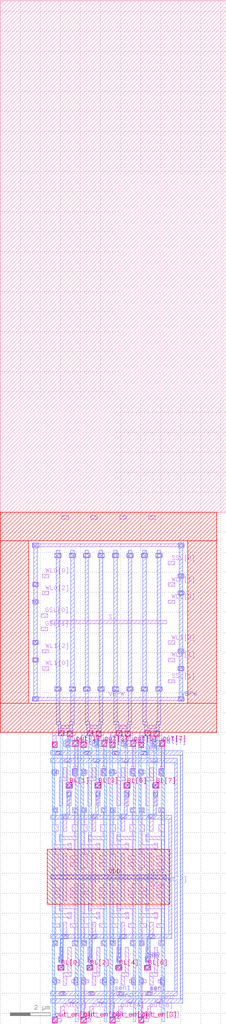
<source format=lef>
VERSION 5.7 ;
  NOWIREEXTENSIONATPIN ON ;
  DIVIDERCHAR "/" ;
  BUSBITCHARS "[]" ;
MACRO flash_array_8x8
  CLASS BLOCK ;
  FOREIGN flash_array_8x8 ;
  ORIGIN 0.000 0.000 ;
  SIZE 11.275 BY 25.530 ;
  PIN VBPW
    ANTENNADIFFAREA 8.916200 ;
    PORT
      LAYER li1 ;
        RECT 1.600 -1.730 9.180 -1.560 ;
        RECT 8.850 -3.260 9.180 -3.090 ;
        RECT 1.600 -3.690 1.930 -3.520 ;
        RECT 8.850 -4.120 9.180 -3.950 ;
        RECT 1.600 -4.550 1.930 -4.380 ;
        RECT 1.600 -6.590 1.930 -6.420 ;
        RECT 8.850 -7.020 9.180 -6.850 ;
        RECT 1.600 -7.450 1.930 -7.280 ;
        RECT 8.850 -7.880 9.180 -7.710 ;
        RECT 1.600 -9.410 9.180 -9.240 ;
      LAYER mcon ;
        RECT 1.680 -1.730 1.850 -1.560 ;
        RECT 8.930 -1.730 9.100 -1.560 ;
        RECT 8.930 -3.260 9.100 -3.090 ;
        RECT 1.680 -3.690 1.850 -3.520 ;
        RECT 8.930 -4.120 9.100 -3.950 ;
        RECT 1.680 -4.550 1.850 -4.380 ;
        RECT 1.680 -6.590 1.850 -6.420 ;
        RECT 8.930 -7.020 9.100 -6.850 ;
        RECT 1.680 -7.450 1.850 -7.280 ;
        RECT 8.930 -7.880 9.100 -7.710 ;
        RECT 1.680 -9.410 1.850 -9.240 ;
        RECT 8.930 -9.410 9.100 -9.240 ;
      LAYER met1 ;
        RECT 1.620 -1.760 1.910 -1.530 ;
        RECT 8.870 -1.760 9.160 -1.530 ;
        RECT 1.680 -3.490 1.850 -1.760 ;
        RECT 8.930 -3.060 9.100 -1.760 ;
        RECT 8.900 -3.290 9.130 -3.060 ;
        RECT 1.650 -3.720 1.880 -3.490 ;
        RECT 1.680 -4.350 1.850 -3.720 ;
        RECT 8.930 -3.920 9.100 -3.290 ;
        RECT 8.900 -4.150 9.130 -3.920 ;
        RECT 1.650 -4.580 1.880 -4.350 ;
        RECT 1.680 -6.390 1.850 -4.580 ;
        RECT 1.650 -6.620 1.880 -6.390 ;
        RECT 1.680 -7.250 1.850 -6.620 ;
        RECT 8.930 -6.820 9.100 -4.150 ;
        RECT 8.900 -7.050 9.130 -6.820 ;
        RECT 1.650 -7.480 1.880 -7.250 ;
        RECT 1.680 -9.210 1.850 -7.480 ;
        RECT 8.930 -7.680 9.100 -7.050 ;
        RECT 8.900 -7.910 9.130 -7.680 ;
        RECT 8.930 -9.210 9.100 -7.910 ;
        RECT 1.620 -9.440 1.910 -9.210 ;
        RECT 8.870 -9.440 9.160 -9.210 ;
    END
  END VBPW
  PIN BL[0]
    ANTENNAGATEAREA 0.126000 ;
    ANTENNADIFFAREA 0.273000 ;
    PORT
      LAYER li1 ;
        RECT 2.710 -2.240 3.040 -2.070 ;
        RECT 2.710 -8.900 3.040 -8.730 ;
        RECT 2.865 -22.800 3.195 -22.630 ;
      LAYER mcon ;
        RECT 2.790 -2.240 2.960 -2.070 ;
        RECT 2.790 -8.900 2.960 -8.730 ;
        RECT 2.945 -22.800 3.115 -22.630 ;
      LAYER met1 ;
        RECT 2.790 -2.040 2.960 -1.905 ;
        RECT 2.730 -2.270 3.020 -2.040 ;
        RECT 2.790 -8.700 2.960 -2.270 ;
        RECT 2.730 -8.930 3.020 -8.700 ;
        RECT 2.790 -10.455 2.960 -8.930 ;
        RECT 2.790 -10.595 3.025 -10.455 ;
        RECT 2.885 -10.895 3.025 -10.595 ;
        RECT 2.885 -11.155 3.205 -10.895 ;
        RECT 2.870 -22.860 3.190 -22.600 ;
      LAYER via ;
        RECT 2.915 -11.155 3.175 -10.895 ;
        RECT 2.900 -22.860 3.160 -22.600 ;
      LAYER met2 ;
        RECT 2.885 -11.155 3.205 -10.895 ;
        RECT 2.985 -22.600 3.125 -11.155 ;
        RECT 2.870 -22.860 3.190 -22.600 ;
    END
  END BL[0]
  PIN BL[1]
    ANTENNAGATEAREA 0.126000 ;
    ANTENNADIFFAREA 0.273000 ;
    PORT
      LAYER li1 ;
        RECT 3.430 -2.240 3.760 -2.070 ;
        RECT 3.430 -8.900 3.760 -8.730 ;
        RECT 3.275 -13.735 3.605 -13.565 ;
      LAYER mcon ;
        RECT 3.510 -2.240 3.680 -2.070 ;
        RECT 3.510 -8.900 3.680 -8.730 ;
        RECT 3.355 -13.735 3.525 -13.565 ;
      LAYER met1 ;
        RECT 3.510 -2.040 3.680 -1.905 ;
        RECT 3.450 -2.270 3.740 -2.040 ;
        RECT 3.510 -8.700 3.680 -2.270 ;
        RECT 3.450 -8.930 3.740 -8.700 ;
        RECT 3.510 -10.455 3.680 -8.930 ;
        RECT 3.465 -10.595 3.680 -10.455 ;
        RECT 3.465 -10.895 3.605 -10.595 ;
        RECT 3.345 -11.215 3.605 -10.895 ;
        RECT 3.280 -13.765 3.600 -13.505 ;
      LAYER via ;
        RECT 3.345 -11.185 3.605 -10.925 ;
        RECT 3.310 -13.765 3.570 -13.505 ;
      LAYER met2 ;
        RECT 3.345 -11.215 3.605 -10.895 ;
        RECT 3.345 -13.505 3.485 -11.215 ;
        RECT 3.280 -13.765 3.600 -13.505 ;
    END
  END BL[1]
  PIN BL[2]
    ANTENNAGATEAREA 0.126000 ;
    ANTENNADIFFAREA 0.273000 ;
    PORT
      LAYER li1 ;
        RECT 4.150 -2.240 4.480 -2.070 ;
        RECT 4.150 -8.900 4.480 -8.730 ;
        RECT 4.305 -22.800 4.635 -22.630 ;
      LAYER mcon ;
        RECT 4.230 -2.240 4.400 -2.070 ;
        RECT 4.230 -8.900 4.400 -8.730 ;
        RECT 4.385 -22.800 4.555 -22.630 ;
      LAYER met1 ;
        RECT 4.230 -2.040 4.400 -1.905 ;
        RECT 4.170 -2.270 4.460 -2.040 ;
        RECT 4.230 -8.700 4.400 -2.270 ;
        RECT 4.170 -8.930 4.460 -8.700 ;
        RECT 4.230 -10.455 4.400 -8.930 ;
        RECT 4.230 -10.595 4.465 -10.455 ;
        RECT 4.325 -10.895 4.465 -10.595 ;
        RECT 4.325 -11.155 4.645 -10.895 ;
        RECT 4.310 -22.860 4.630 -22.600 ;
      LAYER via ;
        RECT 4.355 -11.155 4.615 -10.895 ;
        RECT 4.340 -22.860 4.600 -22.600 ;
      LAYER met2 ;
        RECT 4.325 -11.155 4.645 -10.895 ;
        RECT 4.425 -22.600 4.565 -11.155 ;
        RECT 4.310 -22.860 4.630 -22.600 ;
    END
  END BL[2]
  PIN BL[3]
    ANTENNAGATEAREA 0.126000 ;
    ANTENNADIFFAREA 0.273000 ;
    PORT
      LAYER li1 ;
        RECT 4.870 -2.240 5.200 -2.070 ;
        RECT 4.870 -8.900 5.200 -8.730 ;
        RECT 4.715 -13.735 5.045 -13.565 ;
      LAYER mcon ;
        RECT 4.950 -2.240 5.120 -2.070 ;
        RECT 4.950 -8.900 5.120 -8.730 ;
        RECT 4.795 -13.735 4.965 -13.565 ;
      LAYER met1 ;
        RECT 4.950 -2.040 5.120 -1.905 ;
        RECT 4.890 -2.270 5.180 -2.040 ;
        RECT 4.950 -8.700 5.120 -2.270 ;
        RECT 4.890 -8.930 5.180 -8.700 ;
        RECT 4.950 -10.455 5.120 -8.930 ;
        RECT 4.905 -10.595 5.120 -10.455 ;
        RECT 4.905 -10.895 5.045 -10.595 ;
        RECT 4.785 -11.215 5.045 -10.895 ;
        RECT 4.720 -13.765 5.040 -13.505 ;
      LAYER via ;
        RECT 4.785 -11.185 5.045 -10.925 ;
        RECT 4.750 -13.765 5.010 -13.505 ;
      LAYER met2 ;
        RECT 4.785 -11.215 5.045 -10.895 ;
        RECT 4.785 -13.505 4.925 -11.215 ;
        RECT 4.720 -13.765 5.040 -13.505 ;
    END
  END BL[3]
  PIN BL[4]
    ANTENNAGATEAREA 0.126000 ;
    ANTENNADIFFAREA 0.273000 ;
    PORT
      LAYER li1 ;
        RECT 5.590 -2.240 5.920 -2.070 ;
        RECT 5.590 -8.900 5.920 -8.730 ;
        RECT 5.745 -22.800 6.075 -22.630 ;
      LAYER mcon ;
        RECT 5.670 -2.240 5.840 -2.070 ;
        RECT 5.670 -8.900 5.840 -8.730 ;
        RECT 5.825 -22.800 5.995 -22.630 ;
      LAYER met1 ;
        RECT 5.670 -2.040 5.840 -1.905 ;
        RECT 5.610 -2.270 5.900 -2.040 ;
        RECT 5.670 -8.700 5.840 -2.270 ;
        RECT 5.610 -8.930 5.900 -8.700 ;
        RECT 5.670 -10.455 5.840 -8.930 ;
        RECT 5.670 -10.595 5.905 -10.455 ;
        RECT 5.765 -10.895 5.905 -10.595 ;
        RECT 5.765 -11.155 6.085 -10.895 ;
        RECT 5.750 -22.860 6.070 -22.600 ;
      LAYER via ;
        RECT 5.795 -11.155 6.055 -10.895 ;
        RECT 5.780 -22.860 6.040 -22.600 ;
      LAYER met2 ;
        RECT 5.765 -11.155 6.085 -10.895 ;
        RECT 5.865 -22.600 6.005 -11.155 ;
        RECT 5.750 -22.860 6.070 -22.600 ;
    END
  END BL[4]
  PIN BL[5]
    ANTENNAGATEAREA 0.126000 ;
    ANTENNADIFFAREA 0.273000 ;
    PORT
      LAYER li1 ;
        RECT 6.310 -2.240 6.640 -2.070 ;
        RECT 6.310 -8.900 6.640 -8.730 ;
        RECT 6.155 -13.735 6.485 -13.565 ;
      LAYER mcon ;
        RECT 6.390 -2.240 6.560 -2.070 ;
        RECT 6.390 -8.900 6.560 -8.730 ;
        RECT 6.235 -13.735 6.405 -13.565 ;
      LAYER met1 ;
        RECT 6.390 -2.040 6.560 -1.905 ;
        RECT 6.330 -2.270 6.620 -2.040 ;
        RECT 6.390 -8.700 6.560 -2.270 ;
        RECT 6.330 -8.930 6.620 -8.700 ;
        RECT 6.390 -10.455 6.560 -8.930 ;
        RECT 6.345 -10.595 6.560 -10.455 ;
        RECT 6.345 -10.895 6.485 -10.595 ;
        RECT 6.225 -11.215 6.485 -10.895 ;
        RECT 6.160 -13.765 6.480 -13.505 ;
      LAYER via ;
        RECT 6.225 -11.185 6.485 -10.925 ;
        RECT 6.190 -13.765 6.450 -13.505 ;
      LAYER met2 ;
        RECT 6.225 -11.215 6.485 -10.895 ;
        RECT 6.225 -13.505 6.365 -11.215 ;
        RECT 6.160 -13.765 6.480 -13.505 ;
    END
  END BL[5]
  PIN BL[6]
    ANTENNAGATEAREA 0.126000 ;
    ANTENNADIFFAREA 0.273000 ;
    PORT
      LAYER li1 ;
        RECT 7.030 -2.240 7.360 -2.070 ;
        RECT 7.030 -8.900 7.360 -8.730 ;
        RECT 7.185 -22.800 7.515 -22.630 ;
      LAYER mcon ;
        RECT 7.110 -2.240 7.280 -2.070 ;
        RECT 7.110 -8.900 7.280 -8.730 ;
        RECT 7.265 -22.800 7.435 -22.630 ;
      LAYER met1 ;
        RECT 7.110 -2.040 7.280 -1.905 ;
        RECT 7.050 -2.270 7.340 -2.040 ;
        RECT 7.110 -8.700 7.280 -2.270 ;
        RECT 7.050 -8.930 7.340 -8.700 ;
        RECT 7.110 -10.455 7.280 -8.930 ;
        RECT 7.110 -10.595 7.345 -10.455 ;
        RECT 7.205 -10.895 7.345 -10.595 ;
        RECT 7.205 -11.155 7.525 -10.895 ;
        RECT 7.190 -22.860 7.510 -22.600 ;
      LAYER via ;
        RECT 7.235 -11.155 7.495 -10.895 ;
        RECT 7.220 -22.860 7.480 -22.600 ;
      LAYER met2 ;
        RECT 7.205 -11.155 7.525 -10.895 ;
        RECT 7.305 -22.600 7.445 -11.155 ;
        RECT 7.190 -22.860 7.510 -22.600 ;
    END
  END BL[6]
  PIN BL[7]
    ANTENNAGATEAREA 0.126000 ;
    ANTENNADIFFAREA 0.273000 ;
    PORT
      LAYER li1 ;
        RECT 7.750 -2.240 8.080 -2.070 ;
        RECT 7.750 -8.900 8.080 -8.730 ;
        RECT 7.595 -13.735 7.925 -13.565 ;
      LAYER mcon ;
        RECT 7.830 -2.240 8.000 -2.070 ;
        RECT 7.830 -8.900 8.000 -8.730 ;
        RECT 7.675 -13.735 7.845 -13.565 ;
      LAYER met1 ;
        RECT 7.830 -2.040 8.000 -1.905 ;
        RECT 7.770 -2.270 8.060 -2.040 ;
        RECT 7.830 -8.700 8.000 -2.270 ;
        RECT 7.770 -8.930 8.060 -8.700 ;
        RECT 7.830 -10.455 8.000 -8.930 ;
        RECT 7.785 -10.595 8.000 -10.455 ;
        RECT 7.785 -10.895 7.925 -10.595 ;
        RECT 7.665 -11.215 7.925 -10.895 ;
        RECT 7.600 -13.765 7.920 -13.505 ;
      LAYER via ;
        RECT 7.665 -11.185 7.925 -10.925 ;
        RECT 7.630 -13.765 7.890 -13.505 ;
      LAYER met2 ;
        RECT 7.665 -11.215 7.925 -10.895 ;
        RECT 7.665 -13.505 7.805 -11.215 ;
        RECT 7.600 -13.765 7.920 -13.505 ;
    END
  END BL[7]
  PIN SSL[0]
    ANTENNAGATEAREA 1.680000 ;
    PORT
      LAYER li1 ;
        RECT 8.370 -2.625 8.700 -2.455 ;
    END
  END SSL[0]
  PIN WL0[0]
    ANTENNAGATEAREA 0.792000 ;
    PORT
      LAYER li1 ;
        RECT 2.090 -3.260 2.420 -3.090 ;
    END
  END WL0[0]
  PIN WL0[1]
    ANTENNAGATEAREA 0.792000 ;
    PORT
      LAYER li1 ;
        RECT 8.370 -3.690 8.700 -3.520 ;
    END
  END WL0[1]
  PIN WL0[2]
    ANTENNAGATEAREA 0.792000 ;
    PORT
      LAYER li1 ;
        RECT 2.090 -4.120 2.420 -3.950 ;
    END
  END WL0[2]
  PIN WL0[3]
    ANTENNAGATEAREA 0.792000 ;
    PORT
      LAYER li1 ;
        RECT 8.370 -4.550 8.700 -4.380 ;
    END
  END WL0[3]
  PIN GSL[0]
    ANTENNAGATEAREA 1.680000 ;
    PORT
      LAYER li1 ;
        RECT 2.045 -5.235 2.375 -5.065 ;
    END
  END GSL[0]
  PIN GSL[1]
    ANTENNAGATEAREA 1.680000 ;
    PORT
      LAYER li1 ;
        RECT 2.045 -5.905 2.375 -5.735 ;
    END
  END GSL[1]
  PIN SL
    ANTENNADIFFAREA 1.344000 ;
    PORT
      LAYER li1 ;
        RECT 2.515 -5.570 8.275 -5.400 ;
    END
  END SL
  PIN WL1[2]
    ANTENNAGATEAREA 0.792000 ;
    PORT
      LAYER li1 ;
        RECT 2.090 -7.020 2.420 -6.850 ;
    END
  END WL1[2]
  PIN WL1[3]
    ANTENNAGATEAREA 0.792000 ;
    PORT
      LAYER li1 ;
        RECT 8.370 -6.590 8.700 -6.420 ;
    END
  END WL1[3]
  PIN WL1[0]
    ANTENNAGATEAREA 0.792000 ;
    PORT
      LAYER li1 ;
        RECT 2.090 -7.880 2.420 -7.710 ;
    END
  END WL1[0]
  PIN WL1[1]
    ANTENNAGATEAREA 0.792000 ;
    PORT
      LAYER li1 ;
        RECT 8.370 -7.450 8.700 -7.280 ;
    END
  END WL1[1]
  PIN out_en[0]
    ANTENNAGATEAREA 0.126000 ;
    PORT
      LAYER li1 ;
        RECT 2.630 -11.140 3.735 -10.970 ;
        RECT 2.630 -11.680 2.800 -11.140 ;
        RECT 2.630 -25.415 3.065 -25.245 ;
      LAYER met1 ;
        RECT 2.585 -11.755 2.845 -11.435 ;
        RECT 2.585 -25.490 2.845 -25.170 ;
      LAYER via ;
        RECT 2.585 -11.725 2.845 -11.465 ;
        RECT 2.585 -25.460 2.845 -25.200 ;
      LAYER met2 ;
        RECT 2.585 -11.755 2.845 -11.435 ;
        RECT 2.585 -25.170 2.725 -11.755 ;
        RECT 2.585 -25.490 2.845 -25.170 ;
    END
  END out_en[0]
  PIN out[1]
    ANTENNADIFFAREA 0.111300 ;
    PORT
      LAYER li1 ;
        RECT 3.270 -11.750 3.440 -11.330 ;
      LAYER mcon ;
        RECT 3.270 -11.625 3.440 -11.455 ;
      LAYER met1 ;
        RECT 3.625 -11.395 3.885 -11.380 ;
        RECT 3.180 -11.685 3.885 -11.395 ;
        RECT 3.625 -11.700 3.885 -11.685 ;
      LAYER via ;
        RECT 3.625 -11.670 3.885 -11.410 ;
      LAYER met2 ;
        RECT 3.625 -11.700 3.885 -11.380 ;
        RECT 3.745 -25.430 3.885 -11.700 ;
    END
  END out[1]
  PIN out[0]
    ANTENNADIFFAREA 0.111300 ;
    PORT
      LAYER li1 ;
        RECT 3.030 -25.055 3.200 -24.635 ;
    END
  END out[0]
  PIN out_en[1]
    ANTENNAGATEAREA 0.126000 ;
    PORT
      LAYER li1 ;
        RECT 4.070 -11.140 5.175 -10.970 ;
        RECT 4.070 -11.680 4.240 -11.140 ;
        RECT 4.070 -25.415 4.505 -25.245 ;
      LAYER met1 ;
        RECT 4.025 -11.755 4.285 -11.435 ;
        RECT 4.025 -25.490 4.285 -25.170 ;
      LAYER via ;
        RECT 4.025 -11.725 4.285 -11.465 ;
        RECT 4.025 -25.460 4.285 -25.200 ;
      LAYER met2 ;
        RECT 4.025 -11.755 4.285 -11.435 ;
        RECT 4.025 -25.170 4.165 -11.755 ;
        RECT 4.025 -25.490 4.285 -25.170 ;
    END
  END out_en[1]
  PIN out[3]
    ANTENNADIFFAREA 0.111300 ;
    PORT
      LAYER li1 ;
        RECT 4.710 -11.750 4.880 -11.330 ;
      LAYER mcon ;
        RECT 4.710 -11.625 4.880 -11.455 ;
      LAYER met1 ;
        RECT 5.065 -11.395 5.325 -11.380 ;
        RECT 4.620 -11.685 5.325 -11.395 ;
        RECT 5.065 -11.700 5.325 -11.685 ;
      LAYER via ;
        RECT 5.065 -11.670 5.325 -11.410 ;
      LAYER met2 ;
        RECT 5.065 -11.700 5.325 -11.380 ;
        RECT 5.185 -25.430 5.325 -11.700 ;
    END
  END out[3]
  PIN out[2]
    ANTENNADIFFAREA 0.111300 ;
    PORT
      LAYER li1 ;
        RECT 4.470 -25.055 4.640 -24.635 ;
    END
  END out[2]
  PIN out_en[2]
    ANTENNAGATEAREA 0.126000 ;
    PORT
      LAYER li1 ;
        RECT 5.510 -11.140 6.615 -10.970 ;
        RECT 5.510 -11.680 5.680 -11.140 ;
        RECT 5.510 -25.415 5.945 -25.245 ;
      LAYER met1 ;
        RECT 5.465 -11.755 5.725 -11.435 ;
        RECT 5.465 -25.490 5.725 -25.170 ;
      LAYER via ;
        RECT 5.465 -11.725 5.725 -11.465 ;
        RECT 5.465 -25.460 5.725 -25.200 ;
      LAYER met2 ;
        RECT 5.465 -11.755 5.725 -11.435 ;
        RECT 5.465 -25.170 5.605 -11.755 ;
        RECT 5.465 -25.490 5.725 -25.170 ;
    END
  END out_en[2]
  PIN out[5]
    ANTENNADIFFAREA 0.111300 ;
    PORT
      LAYER li1 ;
        RECT 6.150 -11.750 6.320 -11.330 ;
      LAYER mcon ;
        RECT 6.150 -11.625 6.320 -11.455 ;
      LAYER met1 ;
        RECT 6.505 -11.395 6.765 -11.380 ;
        RECT 6.060 -11.685 6.765 -11.395 ;
        RECT 6.505 -11.700 6.765 -11.685 ;
      LAYER via ;
        RECT 6.505 -11.670 6.765 -11.410 ;
      LAYER met2 ;
        RECT 6.505 -11.700 6.765 -11.380 ;
        RECT 6.625 -25.430 6.765 -11.700 ;
    END
  END out[5]
  PIN out[4]
    ANTENNADIFFAREA 0.111300 ;
    PORT
      LAYER li1 ;
        RECT 5.910 -25.055 6.080 -24.635 ;
    END
  END out[4]
  PIN out_en[3]
    ANTENNAGATEAREA 0.126000 ;
    PORT
      LAYER li1 ;
        RECT 6.950 -11.140 8.055 -10.970 ;
        RECT 6.950 -11.680 7.120 -11.140 ;
        RECT 6.950 -25.415 7.385 -25.245 ;
      LAYER met1 ;
        RECT 6.905 -11.755 7.165 -11.435 ;
        RECT 6.905 -25.490 7.165 -25.170 ;
      LAYER via ;
        RECT 6.905 -11.725 7.165 -11.465 ;
        RECT 6.905 -25.460 7.165 -25.200 ;
      LAYER met2 ;
        RECT 6.905 -11.755 7.165 -11.435 ;
        RECT 6.905 -25.170 7.045 -11.755 ;
        RECT 6.905 -25.490 7.165 -25.170 ;
    END
  END out_en[3]
  PIN out[7]
    ANTENNADIFFAREA 0.111300 ;
    PORT
      LAYER li1 ;
        RECT 7.590 -11.750 7.760 -11.330 ;
      LAYER mcon ;
        RECT 7.590 -11.625 7.760 -11.455 ;
      LAYER met1 ;
        RECT 7.945 -11.395 8.205 -11.380 ;
        RECT 7.500 -11.685 8.205 -11.395 ;
        RECT 7.945 -11.700 8.205 -11.685 ;
      LAYER via ;
        RECT 7.945 -11.670 8.205 -11.410 ;
      LAYER met2 ;
        RECT 7.945 -11.700 8.205 -11.380 ;
        RECT 8.065 -25.430 8.205 -11.700 ;
    END
  END out[7]
  PIN out[6]
    ANTENNADIFFAREA 0.111300 ;
    PORT
      LAYER li1 ;
        RECT 7.350 -25.055 7.520 -24.635 ;
    END
  END out[6]
  PIN SSL[1]
    ANTENNAGATEAREA 1.680000 ;
    PORT
      LAYER li1 ;
        RECT 8.370 -8.515 8.700 -8.345 ;
    END
  END SSL[1]
  PIN GND
    ANTENNADIFFAREA 4.680000 ;
    PORT
      LAYER li1 ;
        RECT 3.365 -13.965 3.535 -13.905 ;
        RECT 4.805 -13.965 4.975 -13.905 ;
        RECT 6.245 -13.965 6.415 -13.905 ;
        RECT 7.685 -13.965 7.855 -13.905 ;
        RECT 3.345 -14.135 3.535 -13.965 ;
        RECT 4.785 -14.135 4.975 -13.965 ;
        RECT 6.225 -14.135 6.415 -13.965 ;
        RECT 7.665 -14.135 7.855 -13.965 ;
        RECT 3.365 -14.655 3.535 -14.135 ;
        RECT 4.805 -14.655 4.975 -14.135 ;
        RECT 6.245 -14.655 6.415 -14.135 ;
        RECT 7.685 -14.655 7.855 -14.135 ;
        RECT 3.070 -15.275 3.400 -15.105 ;
        RECT 4.510 -15.275 4.840 -15.105 ;
        RECT 5.950 -15.275 6.280 -15.105 ;
        RECT 7.390 -15.275 7.720 -15.105 ;
        RECT 3.150 -15.920 3.320 -15.275 ;
        RECT 4.590 -15.920 4.760 -15.275 ;
        RECT 6.030 -15.920 6.200 -15.275 ;
        RECT 7.470 -15.920 7.640 -15.275 ;
        RECT 3.150 -21.090 3.320 -20.460 ;
        RECT 4.590 -21.090 4.760 -20.460 ;
        RECT 6.030 -21.090 6.200 -20.460 ;
        RECT 7.470 -21.090 7.640 -20.460 ;
        RECT 3.070 -21.260 3.400 -21.090 ;
        RECT 4.510 -21.260 4.840 -21.090 ;
        RECT 5.950 -21.260 6.280 -21.090 ;
        RECT 7.390 -21.260 7.720 -21.090 ;
        RECT 2.935 -22.230 3.105 -21.710 ;
        RECT 4.375 -22.230 4.545 -21.710 ;
        RECT 5.815 -22.230 5.985 -21.710 ;
        RECT 7.255 -22.230 7.425 -21.710 ;
        RECT 2.935 -22.400 3.125 -22.230 ;
        RECT 4.375 -22.400 4.565 -22.230 ;
        RECT 5.815 -22.400 6.005 -22.230 ;
        RECT 7.255 -22.400 7.445 -22.230 ;
        RECT 2.935 -22.460 3.105 -22.400 ;
        RECT 4.375 -22.460 4.545 -22.400 ;
        RECT 5.815 -22.460 5.985 -22.400 ;
        RECT 7.255 -22.460 7.425 -22.400 ;
      LAYER mcon ;
        RECT 3.345 -14.135 3.515 -13.965 ;
        RECT 4.785 -14.135 4.955 -13.965 ;
        RECT 6.225 -14.135 6.395 -13.965 ;
        RECT 7.665 -14.135 7.835 -13.965 ;
        RECT 3.150 -15.275 3.320 -15.105 ;
        RECT 4.590 -15.275 4.760 -15.105 ;
        RECT 6.030 -15.275 6.200 -15.105 ;
        RECT 7.470 -15.275 7.640 -15.105 ;
        RECT 3.150 -21.260 3.320 -21.090 ;
        RECT 4.590 -21.260 4.760 -21.090 ;
        RECT 6.030 -21.260 6.200 -21.090 ;
        RECT 7.470 -21.260 7.640 -21.090 ;
        RECT 2.955 -22.400 3.125 -22.230 ;
        RECT 4.395 -22.400 4.565 -22.230 ;
        RECT 5.835 -22.400 6.005 -22.230 ;
        RECT 7.275 -22.400 7.445 -22.230 ;
      LAYER met1 ;
        RECT 3.315 -14.195 3.545 -13.905 ;
        RECT 4.755 -14.195 4.985 -13.905 ;
        RECT 6.195 -14.195 6.425 -13.905 ;
        RECT 7.635 -14.195 7.865 -13.905 ;
        RECT 3.315 -15.075 3.455 -14.195 ;
        RECT 4.755 -15.075 4.895 -14.195 ;
        RECT 6.195 -15.075 6.335 -14.195 ;
        RECT 7.635 -15.075 7.775 -14.195 ;
        RECT 3.090 -15.120 3.455 -15.075 ;
        RECT 4.530 -15.120 4.895 -15.075 ;
        RECT 5.970 -15.120 6.335 -15.075 ;
        RECT 7.410 -15.120 7.775 -15.075 ;
        RECT 2.515 -15.305 8.555 -15.120 ;
        RECT 8.415 -21.060 8.555 -15.305 ;
        RECT 2.515 -21.245 8.555 -21.060 ;
        RECT 3.015 -21.290 3.380 -21.245 ;
        RECT 4.455 -21.290 4.820 -21.245 ;
        RECT 5.895 -21.290 6.260 -21.245 ;
        RECT 7.335 -21.290 7.700 -21.245 ;
        RECT 3.015 -22.170 3.155 -21.290 ;
        RECT 4.455 -22.170 4.595 -21.290 ;
        RECT 5.895 -22.170 6.035 -21.290 ;
        RECT 7.335 -22.170 7.475 -21.290 ;
        RECT 2.925 -22.460 3.155 -22.170 ;
        RECT 4.365 -22.460 4.595 -22.170 ;
        RECT 5.805 -22.460 6.035 -22.170 ;
        RECT 7.245 -22.460 7.475 -22.170 ;
    END
  END GND
  PIN VDD
    ANTENNADIFFAREA 2.860800 ;
    PORT
      LAYER nwell ;
        RECT 2.335 -19.565 8.455 -16.815 ;
      LAYER li1 ;
        RECT 3.150 -18.105 3.320 -17.010 ;
        RECT 4.590 -18.105 4.760 -17.010 ;
        RECT 6.030 -18.105 6.200 -17.010 ;
        RECT 7.470 -18.105 7.640 -17.010 ;
        RECT 2.515 -18.275 8.275 -18.105 ;
        RECT 3.150 -19.370 3.320 -18.275 ;
        RECT 4.590 -19.370 4.760 -18.275 ;
        RECT 6.030 -19.370 6.200 -18.275 ;
        RECT 7.470 -19.370 7.640 -18.275 ;
      LAYER mcon ;
        RECT 3.150 -18.275 3.320 -18.105 ;
        RECT 4.590 -18.275 4.760 -18.105 ;
        RECT 6.030 -18.275 6.200 -18.105 ;
        RECT 7.470 -18.275 7.640 -18.105 ;
      LAYER met1 ;
        RECT 2.515 -18.305 8.275 -18.075 ;
    END
  END VDD
  PIN sen1
    ANTENNAGATEAREA 0.504000 ;
    PORT
      LAYER li1 ;
        RECT 3.200 -12.450 3.530 -12.280 ;
        RECT 4.640 -12.450 4.970 -12.280 ;
        RECT 6.080 -12.450 6.410 -12.280 ;
        RECT 7.520 -12.450 7.850 -12.280 ;
        RECT 3.280 -12.465 3.450 -12.450 ;
        RECT 4.720 -12.465 4.890 -12.450 ;
        RECT 6.160 -12.465 6.330 -12.450 ;
        RECT 7.600 -12.465 7.770 -12.450 ;
        RECT 3.020 -23.935 3.190 -23.920 ;
        RECT 4.460 -23.935 4.630 -23.920 ;
        RECT 5.900 -23.935 6.070 -23.920 ;
        RECT 7.340 -23.935 7.510 -23.920 ;
        RECT 2.940 -24.105 3.270 -23.935 ;
        RECT 4.380 -24.105 4.710 -23.935 ;
        RECT 5.820 -24.105 6.150 -23.935 ;
        RECT 7.260 -24.105 7.590 -23.935 ;
      LAYER mcon ;
        RECT 3.020 -24.090 3.190 -23.920 ;
        RECT 4.460 -24.090 4.630 -23.920 ;
        RECT 5.900 -24.090 6.070 -23.920 ;
        RECT 7.340 -24.090 7.510 -23.920 ;
      LAYER met1 ;
        RECT 2.515 -12.495 8.835 -12.265 ;
        RECT 8.695 -23.890 8.835 -12.495 ;
        RECT 2.515 -24.120 8.835 -23.890 ;
    END
  END sen1
  PIN sen2
    ANTENNAGATEAREA 0.504000 ;
    PORT
      LAYER li1 ;
        RECT 2.800 -11.940 2.970 -11.925 ;
        RECT 4.240 -11.940 4.410 -11.925 ;
        RECT 5.680 -11.940 5.850 -11.925 ;
        RECT 7.120 -11.940 7.290 -11.925 ;
        RECT 2.720 -12.110 3.050 -11.940 ;
        RECT 4.160 -12.110 4.490 -11.940 ;
        RECT 5.600 -12.110 5.930 -11.940 ;
        RECT 7.040 -12.110 7.370 -11.940 ;
        RECT 3.420 -24.445 3.750 -24.275 ;
        RECT 4.860 -24.445 5.190 -24.275 ;
        RECT 6.300 -24.445 6.630 -24.275 ;
        RECT 7.740 -24.445 8.070 -24.275 ;
        RECT 3.500 -24.460 3.670 -24.445 ;
        RECT 4.940 -24.460 5.110 -24.445 ;
        RECT 6.380 -24.460 6.550 -24.445 ;
        RECT 7.820 -24.460 7.990 -24.445 ;
      LAYER mcon ;
        RECT 2.800 -12.095 2.970 -11.925 ;
        RECT 4.240 -12.095 4.410 -11.925 ;
        RECT 5.680 -12.095 5.850 -11.925 ;
        RECT 7.120 -12.095 7.290 -11.925 ;
      LAYER met1 ;
        RECT 2.515 -12.125 9.115 -11.895 ;
        RECT 8.975 -24.260 9.115 -12.125 ;
        RECT 2.515 -24.490 9.115 -24.260 ;
    END
  END sen2
  OBS
      LAYER nwell ;
        RECT 0.000 -1.430 10.790 0.000 ;
        RECT 0.000 -9.540 1.430 -1.430 ;
        RECT 9.360 -9.540 10.790 -1.430 ;
        RECT 0.000 -10.970 10.790 -9.540 ;
      LAYER li1 ;
        RECT 3.080 -0.350 3.410 -0.180 ;
        RECT 4.520 -0.350 4.850 -0.180 ;
        RECT 5.960 -0.350 6.290 -0.180 ;
        RECT 7.400 -0.350 7.730 -0.180 ;
        RECT 3.080 -10.790 3.410 -10.620 ;
        RECT 4.520 -10.790 4.850 -10.620 ;
        RECT 5.960 -10.790 6.290 -10.620 ;
        RECT 7.400 -10.790 7.730 -10.620 ;
        RECT 3.700 -11.455 3.870 -11.330 ;
        RECT 5.140 -11.455 5.310 -11.330 ;
        RECT 6.580 -11.455 6.750 -11.330 ;
        RECT 8.020 -11.455 8.190 -11.330 ;
        RECT 3.670 -11.625 3.870 -11.455 ;
        RECT 5.110 -11.625 5.310 -11.455 ;
        RECT 6.550 -11.625 6.750 -11.455 ;
        RECT 7.990 -11.625 8.190 -11.455 ;
        RECT 3.700 -12.670 3.870 -11.625 ;
        RECT 5.140 -12.670 5.310 -11.625 ;
        RECT 6.580 -12.670 6.750 -11.625 ;
        RECT 8.020 -12.670 8.190 -11.625 ;
        RECT 2.565 -13.050 2.910 -12.880 ;
        RECT 3.150 -13.220 3.320 -12.755 ;
        RECT 3.665 -12.775 3.870 -12.670 ;
        RECT 3.665 -12.800 3.835 -12.775 ;
        RECT 3.580 -13.130 3.835 -12.800 ;
        RECT 4.005 -13.050 4.350 -12.880 ;
        RECT 3.665 -13.175 3.835 -13.130 ;
        RECT 4.590 -13.220 4.760 -12.755 ;
        RECT 5.105 -12.775 5.310 -12.670 ;
        RECT 5.105 -12.800 5.275 -12.775 ;
        RECT 5.020 -13.130 5.275 -12.800 ;
        RECT 5.445 -13.050 5.790 -12.880 ;
        RECT 5.105 -13.175 5.275 -13.130 ;
        RECT 6.030 -13.220 6.200 -12.755 ;
        RECT 6.545 -12.775 6.750 -12.670 ;
        RECT 6.545 -12.800 6.715 -12.775 ;
        RECT 6.460 -13.130 6.715 -12.800 ;
        RECT 6.885 -13.050 7.230 -12.880 ;
        RECT 6.545 -13.175 6.715 -13.130 ;
        RECT 7.470 -13.220 7.640 -12.755 ;
        RECT 7.985 -12.775 8.190 -12.670 ;
        RECT 7.985 -12.800 8.155 -12.775 ;
        RECT 7.900 -13.130 8.155 -12.800 ;
        RECT 7.985 -13.175 8.155 -13.130 ;
        RECT 2.935 -13.390 3.320 -13.220 ;
        RECT 4.375 -13.390 4.760 -13.220 ;
        RECT 5.815 -13.390 6.200 -13.220 ;
        RECT 7.255 -13.390 7.640 -13.220 ;
        RECT 2.935 -14.655 3.105 -13.390 ;
        RECT 4.375 -14.655 4.545 -13.390 ;
        RECT 5.815 -14.655 5.985 -13.390 ;
        RECT 7.255 -14.655 7.425 -13.390 ;
        RECT 2.600 -14.950 2.815 -14.780 ;
        RECT 3.655 -14.950 3.870 -14.780 ;
        RECT 2.600 -15.590 2.770 -14.950 ;
        RECT 3.700 -15.590 3.870 -14.950 ;
        RECT 2.600 -15.920 2.890 -15.590 ;
        RECT 3.580 -15.920 3.870 -15.590 ;
        RECT 2.600 -16.590 2.770 -15.920 ;
        RECT 2.940 -16.170 3.110 -16.090 ;
        RECT 3.700 -16.170 3.870 -15.920 ;
        RECT 2.940 -16.340 3.870 -16.170 ;
        RECT 2.940 -16.420 3.110 -16.340 ;
        RECT 3.360 -16.590 3.530 -16.510 ;
        RECT 2.600 -16.760 3.530 -16.590 ;
        RECT 2.600 -17.060 2.770 -16.760 ;
        RECT 3.360 -16.840 3.530 -16.760 ;
        RECT 2.600 -17.730 2.890 -17.060 ;
        RECT 3.700 -17.140 3.870 -16.340 ;
        RECT 3.500 -17.310 3.870 -17.140 ;
        RECT 3.700 -17.480 3.870 -17.310 ;
        RECT 3.500 -17.650 3.870 -17.480 ;
        RECT 2.600 -17.835 2.770 -17.730 ;
        RECT 3.700 -17.835 3.870 -17.650 ;
        RECT 4.040 -14.950 4.255 -14.780 ;
        RECT 5.095 -14.950 5.310 -14.780 ;
        RECT 4.040 -15.590 4.210 -14.950 ;
        RECT 5.140 -15.590 5.310 -14.950 ;
        RECT 4.040 -15.920 4.330 -15.590 ;
        RECT 5.020 -15.920 5.310 -15.590 ;
        RECT 4.040 -16.590 4.210 -15.920 ;
        RECT 4.380 -16.170 4.550 -16.090 ;
        RECT 5.140 -16.170 5.310 -15.920 ;
        RECT 4.380 -16.340 5.310 -16.170 ;
        RECT 4.380 -16.420 4.550 -16.340 ;
        RECT 4.800 -16.590 4.970 -16.510 ;
        RECT 4.040 -16.760 4.970 -16.590 ;
        RECT 4.040 -17.060 4.210 -16.760 ;
        RECT 4.800 -16.840 4.970 -16.760 ;
        RECT 4.040 -17.730 4.330 -17.060 ;
        RECT 5.140 -17.140 5.310 -16.340 ;
        RECT 4.940 -17.310 5.310 -17.140 ;
        RECT 5.140 -17.480 5.310 -17.310 ;
        RECT 4.940 -17.650 5.310 -17.480 ;
        RECT 4.040 -17.835 4.210 -17.730 ;
        RECT 5.140 -17.835 5.310 -17.650 ;
        RECT 5.480 -14.950 5.695 -14.780 ;
        RECT 6.535 -14.950 6.750 -14.780 ;
        RECT 5.480 -15.590 5.650 -14.950 ;
        RECT 6.580 -15.590 6.750 -14.950 ;
        RECT 5.480 -15.920 5.770 -15.590 ;
        RECT 6.460 -15.920 6.750 -15.590 ;
        RECT 5.480 -16.590 5.650 -15.920 ;
        RECT 5.820 -16.170 5.990 -16.090 ;
        RECT 6.580 -16.170 6.750 -15.920 ;
        RECT 5.820 -16.340 6.750 -16.170 ;
        RECT 5.820 -16.420 5.990 -16.340 ;
        RECT 6.240 -16.590 6.410 -16.510 ;
        RECT 5.480 -16.760 6.410 -16.590 ;
        RECT 5.480 -17.060 5.650 -16.760 ;
        RECT 6.240 -16.840 6.410 -16.760 ;
        RECT 5.480 -17.730 5.770 -17.060 ;
        RECT 6.580 -17.140 6.750 -16.340 ;
        RECT 6.380 -17.310 6.750 -17.140 ;
        RECT 6.580 -17.480 6.750 -17.310 ;
        RECT 6.380 -17.650 6.750 -17.480 ;
        RECT 5.480 -17.835 5.650 -17.730 ;
        RECT 6.580 -17.835 6.750 -17.650 ;
        RECT 6.920 -14.950 7.135 -14.780 ;
        RECT 7.975 -14.950 8.190 -14.780 ;
        RECT 6.920 -15.590 7.090 -14.950 ;
        RECT 8.020 -15.590 8.190 -14.950 ;
        RECT 6.920 -15.920 7.210 -15.590 ;
        RECT 7.900 -15.920 8.190 -15.590 ;
        RECT 6.920 -16.590 7.090 -15.920 ;
        RECT 7.260 -16.170 7.430 -16.090 ;
        RECT 8.020 -16.170 8.190 -15.920 ;
        RECT 7.260 -16.340 8.190 -16.170 ;
        RECT 7.260 -16.420 7.430 -16.340 ;
        RECT 7.680 -16.590 7.850 -16.510 ;
        RECT 6.920 -16.760 7.850 -16.590 ;
        RECT 6.920 -17.060 7.090 -16.760 ;
        RECT 7.680 -16.840 7.850 -16.760 ;
        RECT 6.920 -17.730 7.210 -17.060 ;
        RECT 8.020 -17.140 8.190 -16.340 ;
        RECT 7.820 -17.310 8.190 -17.140 ;
        RECT 8.020 -17.480 8.190 -17.310 ;
        RECT 7.820 -17.650 8.190 -17.480 ;
        RECT 6.920 -17.835 7.090 -17.730 ;
        RECT 8.020 -17.835 8.190 -17.650 ;
        RECT 2.600 -18.730 2.770 -18.545 ;
        RECT 3.700 -18.730 3.870 -18.545 ;
        RECT 2.600 -18.900 2.970 -18.730 ;
        RECT 3.500 -18.900 3.870 -18.730 ;
        RECT 2.600 -19.070 2.770 -18.900 ;
        RECT 3.700 -19.070 3.870 -18.900 ;
        RECT 2.600 -19.240 2.970 -19.070 ;
        RECT 3.500 -19.240 3.870 -19.070 ;
        RECT 2.600 -20.040 2.770 -19.240 ;
        RECT 2.940 -19.620 3.110 -19.540 ;
        RECT 3.700 -19.620 3.870 -19.240 ;
        RECT 2.940 -19.790 3.870 -19.620 ;
        RECT 2.940 -19.870 3.110 -19.790 ;
        RECT 3.360 -20.040 3.530 -19.960 ;
        RECT 2.600 -20.210 3.530 -20.040 ;
        RECT 2.600 -20.525 2.770 -20.210 ;
        RECT 3.360 -20.290 3.530 -20.210 ;
        RECT 3.700 -20.525 3.870 -19.790 ;
        RECT 2.600 -20.695 2.970 -20.525 ;
        RECT 3.500 -20.695 3.870 -20.525 ;
        RECT 2.600 -21.415 2.770 -20.695 ;
        RECT 3.700 -21.415 3.870 -20.695 ;
        RECT 2.600 -21.585 2.815 -21.415 ;
        RECT 3.655 -21.585 3.870 -21.415 ;
        RECT 4.040 -18.730 4.210 -18.545 ;
        RECT 5.140 -18.730 5.310 -18.545 ;
        RECT 4.040 -18.900 4.410 -18.730 ;
        RECT 4.940 -18.900 5.310 -18.730 ;
        RECT 4.040 -19.070 4.210 -18.900 ;
        RECT 5.140 -19.070 5.310 -18.900 ;
        RECT 4.040 -19.240 4.410 -19.070 ;
        RECT 4.940 -19.240 5.310 -19.070 ;
        RECT 4.040 -20.040 4.210 -19.240 ;
        RECT 4.380 -19.620 4.550 -19.540 ;
        RECT 5.140 -19.620 5.310 -19.240 ;
        RECT 4.380 -19.790 5.310 -19.620 ;
        RECT 4.380 -19.870 4.550 -19.790 ;
        RECT 4.800 -20.040 4.970 -19.960 ;
        RECT 4.040 -20.210 4.970 -20.040 ;
        RECT 4.040 -20.525 4.210 -20.210 ;
        RECT 4.800 -20.290 4.970 -20.210 ;
        RECT 5.140 -20.525 5.310 -19.790 ;
        RECT 4.040 -20.695 4.410 -20.525 ;
        RECT 4.940 -20.695 5.310 -20.525 ;
        RECT 4.040 -21.415 4.210 -20.695 ;
        RECT 5.140 -21.415 5.310 -20.695 ;
        RECT 4.040 -21.585 4.255 -21.415 ;
        RECT 5.095 -21.585 5.310 -21.415 ;
        RECT 5.480 -18.730 5.650 -18.545 ;
        RECT 6.580 -18.730 6.750 -18.545 ;
        RECT 5.480 -18.900 5.850 -18.730 ;
        RECT 6.380 -18.900 6.750 -18.730 ;
        RECT 5.480 -19.070 5.650 -18.900 ;
        RECT 6.580 -19.070 6.750 -18.900 ;
        RECT 5.480 -19.240 5.850 -19.070 ;
        RECT 6.380 -19.240 6.750 -19.070 ;
        RECT 5.480 -20.040 5.650 -19.240 ;
        RECT 5.820 -19.620 5.990 -19.540 ;
        RECT 6.580 -19.620 6.750 -19.240 ;
        RECT 5.820 -19.790 6.750 -19.620 ;
        RECT 5.820 -19.870 5.990 -19.790 ;
        RECT 6.240 -20.040 6.410 -19.960 ;
        RECT 5.480 -20.210 6.410 -20.040 ;
        RECT 5.480 -20.525 5.650 -20.210 ;
        RECT 6.240 -20.290 6.410 -20.210 ;
        RECT 6.580 -20.525 6.750 -19.790 ;
        RECT 5.480 -20.695 5.850 -20.525 ;
        RECT 6.380 -20.695 6.750 -20.525 ;
        RECT 5.480 -21.415 5.650 -20.695 ;
        RECT 6.580 -21.415 6.750 -20.695 ;
        RECT 5.480 -21.585 5.695 -21.415 ;
        RECT 6.535 -21.585 6.750 -21.415 ;
        RECT 6.920 -18.730 7.090 -18.545 ;
        RECT 8.020 -18.730 8.190 -18.545 ;
        RECT 6.920 -18.900 7.290 -18.730 ;
        RECT 7.820 -18.900 8.190 -18.730 ;
        RECT 6.920 -19.070 7.090 -18.900 ;
        RECT 8.020 -19.070 8.190 -18.900 ;
        RECT 6.920 -19.240 7.290 -19.070 ;
        RECT 7.820 -19.240 8.190 -19.070 ;
        RECT 6.920 -20.040 7.090 -19.240 ;
        RECT 7.260 -19.620 7.430 -19.540 ;
        RECT 8.020 -19.620 8.190 -19.240 ;
        RECT 7.260 -19.790 8.190 -19.620 ;
        RECT 7.260 -19.870 7.430 -19.790 ;
        RECT 7.680 -20.040 7.850 -19.960 ;
        RECT 6.920 -20.210 7.850 -20.040 ;
        RECT 6.920 -20.525 7.090 -20.210 ;
        RECT 7.680 -20.290 7.850 -20.210 ;
        RECT 8.020 -20.525 8.190 -19.790 ;
        RECT 6.920 -20.695 7.290 -20.525 ;
        RECT 7.820 -20.695 8.190 -20.525 ;
        RECT 6.920 -21.415 7.090 -20.695 ;
        RECT 8.020 -21.415 8.190 -20.695 ;
        RECT 6.920 -21.585 7.135 -21.415 ;
        RECT 7.975 -21.585 8.190 -21.415 ;
        RECT 3.365 -22.975 3.535 -21.710 ;
        RECT 4.805 -22.975 4.975 -21.710 ;
        RECT 6.245 -22.975 6.415 -21.710 ;
        RECT 7.685 -22.975 7.855 -21.710 ;
        RECT 3.150 -23.145 3.535 -22.975 ;
        RECT 4.590 -23.145 4.975 -22.975 ;
        RECT 6.030 -23.145 6.415 -22.975 ;
        RECT 7.470 -23.145 7.855 -22.975 ;
        RECT 2.600 -23.315 2.770 -23.190 ;
        RECT 2.600 -23.485 2.970 -23.315 ;
        RECT 2.600 -25.055 2.770 -23.485 ;
        RECT 3.150 -23.610 3.320 -23.145 ;
        RECT 3.700 -23.315 3.870 -23.190 ;
        RECT 3.560 -23.485 3.870 -23.315 ;
        RECT 3.700 -23.610 3.870 -23.485 ;
        RECT 4.040 -23.315 4.210 -23.190 ;
        RECT 4.040 -23.485 4.410 -23.315 ;
        RECT 4.040 -25.055 4.210 -23.485 ;
        RECT 4.590 -23.610 4.760 -23.145 ;
        RECT 5.140 -23.315 5.310 -23.190 ;
        RECT 5.000 -23.485 5.310 -23.315 ;
        RECT 5.140 -23.610 5.310 -23.485 ;
        RECT 5.480 -23.315 5.650 -23.190 ;
        RECT 5.480 -23.485 5.850 -23.315 ;
        RECT 5.480 -25.055 5.650 -23.485 ;
        RECT 6.030 -23.610 6.200 -23.145 ;
        RECT 6.580 -23.315 6.750 -23.190 ;
        RECT 6.440 -23.485 6.750 -23.315 ;
        RECT 6.580 -23.610 6.750 -23.485 ;
        RECT 6.920 -23.315 7.090 -23.190 ;
        RECT 6.920 -23.485 7.290 -23.315 ;
        RECT 6.920 -25.055 7.090 -23.485 ;
        RECT 7.470 -23.610 7.640 -23.145 ;
        RECT 8.020 -23.315 8.190 -23.190 ;
        RECT 7.880 -23.485 8.190 -23.315 ;
        RECT 8.020 -23.610 8.190 -23.485 ;
      LAYER mcon ;
        RECT 2.615 -13.050 2.785 -12.880 ;
        RECT 3.650 -13.050 3.820 -12.880 ;
        RECT 4.055 -13.050 4.225 -12.880 ;
        RECT 5.090 -13.050 5.260 -12.880 ;
        RECT 5.495 -13.050 5.665 -12.880 ;
        RECT 6.530 -13.050 6.700 -12.880 ;
        RECT 6.935 -13.050 7.105 -12.880 ;
        RECT 7.970 -13.050 8.140 -12.880 ;
        RECT 2.645 -14.950 2.815 -14.780 ;
        RECT 4.085 -14.950 4.255 -14.780 ;
        RECT 5.525 -14.950 5.695 -14.780 ;
        RECT 6.965 -14.950 7.135 -14.780 ;
        RECT 2.645 -21.585 2.815 -21.415 ;
        RECT 4.085 -21.585 4.255 -21.415 ;
        RECT 5.525 -21.585 5.695 -21.415 ;
        RECT 6.965 -21.585 7.135 -21.415 ;
        RECT 2.615 -23.485 2.785 -23.315 ;
        RECT 3.685 -23.485 3.855 -23.315 ;
        RECT 4.055 -23.485 4.225 -23.315 ;
        RECT 5.125 -23.485 5.295 -23.315 ;
        RECT 5.495 -23.485 5.665 -23.315 ;
        RECT 6.565 -23.485 6.735 -23.315 ;
        RECT 6.935 -23.485 7.105 -23.315 ;
        RECT 8.005 -23.485 8.175 -23.315 ;
      LAYER met1 ;
        RECT 2.585 -13.110 2.815 -12.820 ;
        RECT 3.620 -13.110 3.885 -12.820 ;
        RECT 2.585 -14.750 2.725 -13.110 ;
        RECT 3.745 -14.750 3.885 -13.110 ;
        RECT 2.585 -14.980 2.875 -14.750 ;
        RECT 3.595 -14.980 3.885 -14.750 ;
        RECT 4.025 -13.110 4.255 -12.820 ;
        RECT 5.060 -13.110 5.325 -12.820 ;
        RECT 4.025 -14.750 4.165 -13.110 ;
        RECT 5.185 -14.750 5.325 -13.110 ;
        RECT 4.025 -14.980 4.315 -14.750 ;
        RECT 5.035 -14.980 5.325 -14.750 ;
        RECT 5.465 -13.110 5.695 -12.820 ;
        RECT 6.500 -13.110 6.765 -12.820 ;
        RECT 5.465 -14.750 5.605 -13.110 ;
        RECT 6.625 -14.750 6.765 -13.110 ;
        RECT 5.465 -14.980 5.755 -14.750 ;
        RECT 6.475 -14.980 6.765 -14.750 ;
        RECT 6.905 -13.110 7.135 -12.820 ;
        RECT 7.940 -13.110 8.205 -12.820 ;
        RECT 6.905 -14.750 7.045 -13.110 ;
        RECT 8.065 -14.750 8.205 -13.110 ;
        RECT 6.905 -14.980 7.195 -14.750 ;
        RECT 7.915 -14.980 8.205 -14.750 ;
        RECT 2.585 -21.615 2.875 -21.385 ;
        RECT 3.595 -21.615 3.885 -21.385 ;
        RECT 2.585 -23.255 2.725 -21.615 ;
        RECT 3.745 -23.255 3.885 -21.615 ;
        RECT 2.585 -23.545 2.815 -23.255 ;
        RECT 3.655 -23.545 3.885 -23.255 ;
        RECT 4.025 -21.615 4.315 -21.385 ;
        RECT 5.035 -21.615 5.325 -21.385 ;
        RECT 4.025 -23.255 4.165 -21.615 ;
        RECT 5.185 -23.255 5.325 -21.615 ;
        RECT 4.025 -23.545 4.255 -23.255 ;
        RECT 5.095 -23.545 5.325 -23.255 ;
        RECT 5.465 -21.615 5.755 -21.385 ;
        RECT 6.475 -21.615 6.765 -21.385 ;
        RECT 5.465 -23.255 5.605 -21.615 ;
        RECT 6.625 -23.255 6.765 -21.615 ;
        RECT 5.465 -23.545 5.695 -23.255 ;
        RECT 6.535 -23.545 6.765 -23.255 ;
        RECT 6.905 -21.615 7.195 -21.385 ;
        RECT 7.915 -21.615 8.205 -21.385 ;
        RECT 6.905 -23.255 7.045 -21.615 ;
        RECT 8.065 -23.255 8.205 -21.615 ;
        RECT 6.905 -23.545 7.135 -23.255 ;
        RECT 7.975 -23.545 8.205 -23.255 ;
  END
END flash_array_8x8
END LIBRARY


</source>
